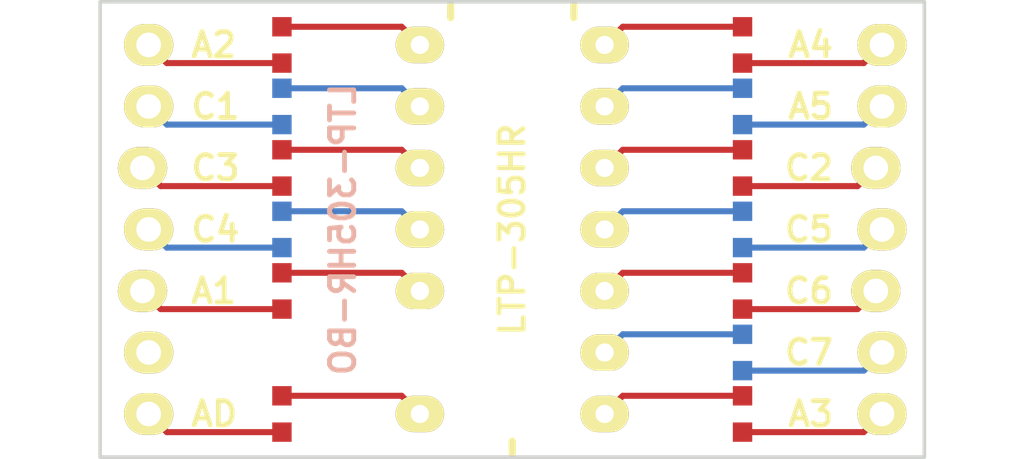
<source format=kicad_pcb>
(kicad_pcb (version 4) (host pcbnew 4.0.2+dfsg1-stable)

  (general
    (links 0)
    (no_connects 0)
    (area 78.669999 90.399999 121.330001 109.600001)
    (thickness 1.6)
    (drawings 18)
    (tracks 52)
    (zones 0)
    (modules 16)
    (nets 1)
  )

  (page A4)
  (layers
    (0 F.Cu signal)
    (31 B.Cu signal)
    (32 B.Adhes user)
    (33 F.Adhes user)
    (34 B.Paste user)
    (35 F.Paste user)
    (36 B.SilkS user)
    (37 F.SilkS user)
    (38 B.Mask user)
    (39 F.Mask user)
    (40 Dwgs.User user)
    (41 Cmts.User user)
    (42 Eco1.User user)
    (43 Eco2.User user)
    (44 Edge.Cuts user)
    (45 Margin user)
    (46 B.CrtYd user)
    (47 F.CrtYd user)
    (48 B.Fab user)
    (49 F.Fab user)
  )

  (setup
    (last_trace_width 0.25)
    (trace_clearance 0.2)
    (zone_clearance 0.508)
    (zone_45_only no)
    (trace_min 0.2)
    (segment_width 0.2)
    (edge_width 0.15)
    (via_size 0.6)
    (via_drill 0.4)
    (via_min_size 0.4)
    (via_min_drill 0.3)
    (uvia_size 0.3)
    (uvia_drill 0.1)
    (uvias_allowed no)
    (uvia_min_size 0.2)
    (uvia_min_drill 0.1)
    (pcb_text_width 0.3)
    (pcb_text_size 1.5 1.5)
    (mod_edge_width 0.15)
    (mod_text_size 1 1)
    (mod_text_width 0.15)
    (pad_size 1.524 1.524)
    (pad_drill 0.762)
    (pad_to_mask_clearance 0.2)
    (aux_axis_origin 0 0)
    (visible_elements FFFFFF7F)
    (pcbplotparams
      (layerselection 0x00030_80000001)
      (usegerberextensions false)
      (excludeedgelayer true)
      (linewidth 0.150000)
      (plotframeref false)
      (viasonmask false)
      (mode 1)
      (useauxorigin false)
      (hpglpennumber 1)
      (hpglpenspeed 20)
      (hpglpendiameter 15)
      (hpglpenoverlay 2)
      (psnegative false)
      (psa4output false)
      (plotreference true)
      (plotvalue true)
      (plotinvisibletext false)
      (padsonsilk false)
      (subtractmaskfromsilk false)
      (outputformat 1)
      (mirror false)
      (drillshape 1)
      (scaleselection 1)
      (outputdirectory ""))
  )

  (net 0 "")

  (net_class Default "This is the default net class."
    (clearance 0.2)
    (trace_width 0.25)
    (via_dia 0.6)
    (via_drill 0.4)
    (uvia_dia 0.3)
    (uvia_drill 0.1)
  )

  (module 00_my_modules:LTP-305HR (layer F.Cu) (tedit 0) (tstamp 6039DA56)
    (at 100 100)
    (descr LTP-305HR)
    (tags "pin header")
    (fp_text reference LTP-305HR (at 0 0 90) (layer F.SilkS)
      (effects (font (size 1 1) (thickness 0.2)))
    )
    (fp_text value "" (at 0 -3.1) (layer F.Fab)
      (effects (font (size 0.5 0.5) (thickness 0.01)))
    )
    (fp_line (start -4.9 -9.25) (end -4.9 9.25) (layer F.CrtYd) (width 0.05))
    (fp_line (start 4.9 -9.25) (end 4.9 9.25) (layer F.CrtYd) (width 0.05))
    (fp_line (start -4.9 -9.25) (end 4.9 -9.25) (layer F.CrtYd) (width 0.05))
    (fp_line (start -4.9 9.25) (end 4.9 9.25) (layer F.CrtYd) (width 0.05))
    (fp_line (start -2.54 -9.25) (end -2.54 -8.75) (layer F.SilkS) (width 0.3))
    (fp_line (start 2.54 -9.25) (end 2.54 -8.75) (layer F.SilkS) (width 0.3))
    (fp_line (start 0 9.25) (end 0 8.75) (layer F.SilkS) (width 0.3))
    (fp_line (start 0 -9.25) (end 0 9.25) (layer F.CrtYd) (width 0.01))
    (fp_line (start -3.81 -9.25) (end -3.81 9.25) (layer F.CrtYd) (width 0.01))
    (fp_line (start 3.81 -9.25) (end 3.81 9.25) (layer F.CrtYd) (width 0.01))
    (fp_line (start -4.9 -7.62) (end 4.9 -7.62) (layer F.CrtYd) (width 0.01))
    (fp_line (start -4.9 -5.08) (end 4.9 -5.08) (layer F.CrtYd) (width 0.01))
    (fp_line (start -4.9 -2.54) (end 4.9 -2.54) (layer F.CrtYd) (width 0.01))
    (fp_line (start -4.9 0) (end 4.9 0) (layer F.CrtYd) (width 0.01))
    (fp_line (start -4.9 2.54) (end 4.9 2.54) (layer F.CrtYd) (width 0.01))
    (fp_line (start -4.9 5.08) (end 4.9 5.08) (layer F.CrtYd) (width 0.01))
    (fp_line (start -4.9 7.62) (end 4.9 7.62) (layer F.CrtYd) (width 0.01))
    (pad A2 thru_hole oval (at -3.81 -7.62) (size 2 1.5) (drill 0.75) (layers *.Cu *.Mask F.SilkS))
    (pad C1 thru_hole oval (at -3.81 -5.08) (size 2 1.5) (drill 0.75) (layers *.Cu *.Mask F.SilkS))
    (pad C3 thru_hole oval (at -3.81 -2.54) (size 2 1.5) (drill 0.75) (layers *.Cu *.Mask F.SilkS))
    (pad C4 thru_hole oval (at -3.81 0) (size 2 1.5) (drill 0.75) (layers *.Cu *.Mask F.SilkS))
    (pad A1 thru_hole oval (at -3.81 2.54) (size 2 1.5) (drill 0.75) (layers *.Cu *.Mask F.SilkS))
    (pad AD thru_hole oval (at -3.81 7.62) (size 2 1.5) (drill 0.75) (layers *.Cu *.Mask F.SilkS))
    (pad A4 thru_hole oval (at 3.81 -7.62) (size 2 1.5) (drill 0.75) (layers *.Cu *.Mask F.SilkS))
    (pad A5 thru_hole oval (at 3.81 -5.08) (size 2 1.5) (drill 0.75) (layers *.Cu *.Mask F.SilkS))
    (pad C2 thru_hole oval (at 3.81 -2.54) (size 2 1.5) (drill 0.75) (layers *.Cu *.Mask F.SilkS))
    (pad C5 thru_hole oval (at 3.81 0) (size 2 1.5) (drill 0.75) (layers *.Cu *.Mask F.SilkS))
    (pad C6 thru_hole oval (at 3.81 2.54) (size 2 1.5) (drill 0.75) (layers *.Cu *.Mask F.SilkS))
    (pad C7 thru_hole oval (at 3.81 5.08) (size 2 1.5) (drill 0.75) (layers *.Cu *.Mask F.SilkS))
    (pad A3 thru_hole oval (at 3.81 7.62) (size 2 1.5) (drill 0.75) (layers *.Cu *.Mask F.SilkS))
  )

  (module 00_my_modules:R_0603 (layer F.Cu) (tedit 5415CC62) (tstamp 6039CFB7)
    (at 109.5 92.38 90)
    (descr R0603)
    (tags "resistor 0603")
    (attr smd)
    (fp_text reference R (at 0 0 90) (layer F.Fab)
      (effects (font (size 0.5 0.5) (thickness 0.1)))
    )
    (fp_text value "" (at 0 0 90) (layer F.Fab)
      (effects (font (size 0.5 0.5) (thickness 0.01)))
    )
    (fp_line (start -1.2 -0.45) (end 1.2 -0.45) (layer F.CrtYd) (width 0.01))
    (fp_line (start -1.2 0.45) (end 1.2 0.45) (layer F.CrtYd) (width 0.01))
    (fp_line (start -1.2 -0.45) (end -1.2 0.45) (layer F.CrtYd) (width 0.01))
    (fp_line (start 1.2 -0.45) (end 1.2 0.45) (layer F.CrtYd) (width 0.01))
    (fp_line (start 0 -7) (end 0 7) (layer F.CrtYd) (width 0.01))
    (pad 1 smd rect (at -0.75 0 90) (size 0.8 0.8) (layers F.Cu F.Paste F.Mask))
    (pad 2 smd rect (at 0.75 0 90) (size 0.8 0.8) (layers F.Cu F.Paste F.Mask))
  )

  (module 00_my_modules:R_0603 (layer F.Cu) (tedit 5415CC62) (tstamp 6039CFB7)
    (at 109.5 97.46 90)
    (descr R0603)
    (tags "resistor 0603")
    (attr smd)
    (fp_text reference R (at 0 0 90) (layer F.Fab)
      (effects (font (size 0.5 0.5) (thickness 0.1)))
    )
    (fp_text value "" (at 0 0 90) (layer F.Fab)
      (effects (font (size 0.5 0.5) (thickness 0.01)))
    )
    (fp_line (start -1.2 -0.45) (end 1.2 -0.45) (layer F.CrtYd) (width 0.01))
    (fp_line (start -1.2 0.45) (end 1.2 0.45) (layer F.CrtYd) (width 0.01))
    (fp_line (start -1.2 -0.45) (end -1.2 0.45) (layer F.CrtYd) (width 0.01))
    (fp_line (start 1.2 -0.45) (end 1.2 0.45) (layer F.CrtYd) (width 0.01))
    (fp_line (start 0 -7) (end 0 7) (layer F.CrtYd) (width 0.01))
    (pad 1 smd rect (at -0.75 0 90) (size 0.8 0.8) (layers F.Cu F.Paste F.Mask))
    (pad 2 smd rect (at 0.75 0 90) (size 0.8 0.8) (layers F.Cu F.Paste F.Mask))
  )

  (module 00_my_modules:R_0603 (layer F.Cu) (tedit 5415CC62) (tstamp 6039CFB7)
    (at 109.5 102.54 90)
    (descr R0603)
    (tags "resistor 0603")
    (attr smd)
    (fp_text reference R (at 0 0 90) (layer F.Fab)
      (effects (font (size 0.5 0.5) (thickness 0.1)))
    )
    (fp_text value "" (at 0 0 90) (layer F.Fab)
      (effects (font (size 0.5 0.5) (thickness 0.01)))
    )
    (fp_line (start -1.2 -0.45) (end 1.2 -0.45) (layer F.CrtYd) (width 0.01))
    (fp_line (start -1.2 0.45) (end 1.2 0.45) (layer F.CrtYd) (width 0.01))
    (fp_line (start -1.2 -0.45) (end -1.2 0.45) (layer F.CrtYd) (width 0.01))
    (fp_line (start 1.2 -0.45) (end 1.2 0.45) (layer F.CrtYd) (width 0.01))
    (fp_line (start 0 -7) (end 0 7) (layer F.CrtYd) (width 0.01))
    (pad 1 smd rect (at -0.75 0 90) (size 0.8 0.8) (layers F.Cu F.Paste F.Mask))
    (pad 2 smd rect (at 0.75 0 90) (size 0.8 0.8) (layers F.Cu F.Paste F.Mask))
  )

  (module 00_my_modules:R_0603 (layer F.Cu) (tedit 5415CC62) (tstamp 6039CFB7)
    (at 109.5 107.62 90)
    (descr R0603)
    (tags "resistor 0603")
    (attr smd)
    (fp_text reference R (at 0 0 90) (layer F.Fab)
      (effects (font (size 0.5 0.5) (thickness 0.1)))
    )
    (fp_text value "" (at 0 0 90) (layer F.Fab)
      (effects (font (size 0.5 0.5) (thickness 0.01)))
    )
    (fp_line (start -1.2 -0.45) (end 1.2 -0.45) (layer F.CrtYd) (width 0.01))
    (fp_line (start -1.2 0.45) (end 1.2 0.45) (layer F.CrtYd) (width 0.01))
    (fp_line (start -1.2 -0.45) (end -1.2 0.45) (layer F.CrtYd) (width 0.01))
    (fp_line (start 1.2 -0.45) (end 1.2 0.45) (layer F.CrtYd) (width 0.01))
    (fp_line (start 0 -7) (end 0 7) (layer F.CrtYd) (width 0.01))
    (pad 1 smd rect (at -0.75 0 90) (size 0.8 0.8) (layers F.Cu F.Paste F.Mask))
    (pad 2 smd rect (at 0.75 0 90) (size 0.8 0.8) (layers F.Cu F.Paste F.Mask))
  )

  (module 00_my_modules:R_0603 (layer B.Cu) (tedit 5415CC62) (tstamp 6039CFCA)
    (at 109.5 94.92 270)
    (descr R0603)
    (tags "resistor 0603")
    (attr smd)
    (fp_text reference R (at 0 0 270) (layer B.Fab)
      (effects (font (size 0.5 0.5) (thickness 0.1)) (justify mirror))
    )
    (fp_text value "" (at 0 0 270) (layer B.Fab)
      (effects (font (size 0.5 0.5) (thickness 0.01)) (justify mirror))
    )
    (fp_line (start -1.2 0.45) (end 1.2 0.45) (layer B.CrtYd) (width 0.01))
    (fp_line (start -1.2 -0.45) (end 1.2 -0.45) (layer B.CrtYd) (width 0.01))
    (fp_line (start -1.2 0.45) (end -1.2 -0.45) (layer B.CrtYd) (width 0.01))
    (fp_line (start 1.2 0.45) (end 1.2 -0.45) (layer B.CrtYd) (width 0.01))
    (pad 1 smd rect (at -0.75 0 270) (size 0.8 0.8) (layers B.Cu B.Paste B.Mask))
    (pad 2 smd rect (at 0.75 0 270) (size 0.8 0.8) (layers B.Cu B.Paste B.Mask))
  )

  (module 00_my_modules:R_0603 (layer B.Cu) (tedit 5415CC62) (tstamp 6039CFCA)
    (at 109.5 100 270)
    (descr R0603)
    (tags "resistor 0603")
    (attr smd)
    (fp_text reference R (at 0 0 270) (layer B.Fab)
      (effects (font (size 0.5 0.5) (thickness 0.1)) (justify mirror))
    )
    (fp_text value "" (at 0 0 270) (layer B.Fab)
      (effects (font (size 0.5 0.5) (thickness 0.01)) (justify mirror))
    )
    (fp_line (start -1.2 0.45) (end 1.2 0.45) (layer B.CrtYd) (width 0.01))
    (fp_line (start -1.2 -0.45) (end 1.2 -0.45) (layer B.CrtYd) (width 0.01))
    (fp_line (start -1.2 0.45) (end -1.2 -0.45) (layer B.CrtYd) (width 0.01))
    (fp_line (start 1.2 0.45) (end 1.2 -0.45) (layer B.CrtYd) (width 0.01))
    (pad 1 smd rect (at -0.75 0 270) (size 0.8 0.8) (layers B.Cu B.Paste B.Mask))
    (pad 2 smd rect (at 0.75 0 270) (size 0.8 0.8) (layers B.Cu B.Paste B.Mask))
  )

  (module 00_my_modules:R_0603 (layer B.Cu) (tedit 5415CC62) (tstamp 6039CFCA)
    (at 109.5 105.08 270)
    (descr R0603)
    (tags "resistor 0603")
    (attr smd)
    (fp_text reference R (at 0 0 270) (layer B.Fab)
      (effects (font (size 0.5 0.5) (thickness 0.1)) (justify mirror))
    )
    (fp_text value "" (at 0 0 270) (layer B.Fab)
      (effects (font (size 0.5 0.5) (thickness 0.01)) (justify mirror))
    )
    (fp_line (start -1.2 0.45) (end 1.2 0.45) (layer B.CrtYd) (width 0.01))
    (fp_line (start -1.2 -0.45) (end 1.2 -0.45) (layer B.CrtYd) (width 0.01))
    (fp_line (start -1.2 0.45) (end -1.2 -0.45) (layer B.CrtYd) (width 0.01))
    (fp_line (start 1.2 0.45) (end 1.2 -0.45) (layer B.CrtYd) (width 0.01))
    (pad 1 smd rect (at -0.75 0 270) (size 0.8 0.8) (layers B.Cu B.Paste B.Mask))
    (pad 2 smd rect (at 0.75 0 270) (size 0.8 0.8) (layers B.Cu B.Paste B.Mask))
  )

  (module 00_my_modules:header1x7wiggle (layer F.Cu) (tedit 0) (tstamp 6039D06C)
    (at 115.125 100)
    (descr "Through hole pin header")
    (tags "pin header")
    (fp_text reference "" (at 0 -2.4) (layer F.SilkS)
      (effects (font (size 0.5 0.5) (thickness 0.01)))
    )
    (fp_text value "" (at 0 -3.1) (layer F.Fab)
      (effects (font (size 0.5 0.5) (thickness 0.01)))
    )
    (fp_line (start -1.75 -9.37) (end -1.75 9.37) (layer F.CrtYd) (width 0.05))
    (fp_line (start 1.75 -9.37) (end 1.75 9.37) (layer F.CrtYd) (width 0.05))
    (fp_line (start -1.75 -9.37) (end 1.75 -9.37) (layer F.CrtYd) (width 0.05))
    (fp_line (start -1.75 9.37) (end 1.75 9.37) (layer F.CrtYd) (width 0.05))
    (fp_line (start -6 -7.62) (end 6 -7.62) (layer F.CrtYd) (width 0.01))
    (fp_line (start -6 0) (end 6 0) (layer F.CrtYd) (width 0.01))
    (fp_line (start -6 7.62) (end 6 7.62) (layer F.CrtYd) (width 0.01))
    (pad 1 thru_hole oval (at 0.127 -7.62) (size 2.032 1.7272) (drill 1.016) (layers *.Cu *.Mask F.SilkS))
    (pad 2 thru_hole oval (at 0.127 -5.08) (size 2.032 1.7272) (drill 1.016) (layers *.Cu *.Mask F.SilkS))
    (pad 3 thru_hole oval (at -0.127 -2.54) (size 2.032 1.7272) (drill 1.016) (layers *.Cu *.Mask F.SilkS))
    (pad 4 thru_hole oval (at 0.127 0) (size 2.032 1.7272) (drill 1.016) (layers *.Cu *.Mask F.SilkS))
    (pad 5 thru_hole oval (at -0.127 2.54) (size 2.032 1.7272) (drill 1.016) (layers *.Cu *.Mask F.SilkS))
    (pad 6 thru_hole oval (at 0.127 5.08) (size 2.032 1.7272) (drill 1.016) (layers *.Cu *.Mask F.SilkS))
    (pad 7 thru_hole oval (at 0.127 7.62) (size 2.032 1.7272) (drill 1.016) (layers *.Cu *.Mask F.SilkS))
  )

  (module 00_my_modules:header1x7wiggle (layer F.Cu) (tedit 0) (tstamp 6039D06C)
    (at 84.875 100)
    (descr "Through hole pin header")
    (tags "pin header")
    (fp_text reference "" (at 0 -2.4) (layer F.SilkS)
      (effects (font (size 0.5 0.5) (thickness 0.01)))
    )
    (fp_text value "" (at 0 -3.1) (layer F.Fab)
      (effects (font (size 0.5 0.5) (thickness 0.01)))
    )
    (fp_line (start -1.75 -9.37) (end -1.75 9.37) (layer F.CrtYd) (width 0.05))
    (fp_line (start 1.75 -9.37) (end 1.75 9.37) (layer F.CrtYd) (width 0.05))
    (fp_line (start -1.75 -9.37) (end 1.75 -9.37) (layer F.CrtYd) (width 0.05))
    (fp_line (start -1.75 9.37) (end 1.75 9.37) (layer F.CrtYd) (width 0.05))
    (fp_line (start -6 -7.62) (end 6 -7.62) (layer F.CrtYd) (width 0.01))
    (fp_line (start -6 0) (end 6 0) (layer F.CrtYd) (width 0.01))
    (fp_line (start -6 7.62) (end 6 7.62) (layer F.CrtYd) (width 0.01))
    (pad 1 thru_hole oval (at 0.127 -7.62) (size 2.032 1.7272) (drill 1.016) (layers *.Cu *.Mask F.SilkS))
    (pad 2 thru_hole oval (at 0.127 -5.08) (size 2.032 1.7272) (drill 1.016) (layers *.Cu *.Mask F.SilkS))
    (pad 3 thru_hole oval (at -0.127 -2.54) (size 2.032 1.7272) (drill 1.016) (layers *.Cu *.Mask F.SilkS))
    (pad 4 thru_hole oval (at 0.127 0) (size 2.032 1.7272) (drill 1.016) (layers *.Cu *.Mask F.SilkS))
    (pad 5 thru_hole oval (at -0.127 2.54) (size 2.032 1.7272) (drill 1.016) (layers *.Cu *.Mask F.SilkS))
    (pad 6 thru_hole oval (at 0.127 5.08) (size 2.032 1.7272) (drill 1.016) (layers *.Cu *.Mask F.SilkS))
    (pad 7 thru_hole oval (at 0.127 7.62) (size 2.032 1.7272) (drill 1.016) (layers *.Cu *.Mask F.SilkS))
  )

  (module 00_my_modules:R_0603 (layer F.Cu) (tedit 5415CC62) (tstamp 6039CFB7)
    (at 90.5 92.38 90)
    (descr R0603)
    (tags "resistor 0603")
    (attr smd)
    (fp_text reference R (at 0 0 90) (layer F.Fab)
      (effects (font (size 0.5 0.5) (thickness 0.1)))
    )
    (fp_text value "" (at 0 0 90) (layer F.Fab)
      (effects (font (size 0.5 0.5) (thickness 0.01)))
    )
    (fp_line (start -1.2 -0.45) (end 1.2 -0.45) (layer F.CrtYd) (width 0.01))
    (fp_line (start -1.2 0.45) (end 1.2 0.45) (layer F.CrtYd) (width 0.01))
    (fp_line (start -1.2 -0.45) (end -1.2 0.45) (layer F.CrtYd) (width 0.01))
    (fp_line (start 1.2 -0.45) (end 1.2 0.45) (layer F.CrtYd) (width 0.01))
    (fp_line (start 0 -7) (end 0 7) (layer F.CrtYd) (width 0.01))
    (pad 1 smd rect (at -0.75 0 90) (size 0.8 0.8) (layers F.Cu F.Paste F.Mask))
    (pad 2 smd rect (at 0.75 0 90) (size 0.8 0.8) (layers F.Cu F.Paste F.Mask))
  )

  (module 00_my_modules:R_0603 (layer F.Cu) (tedit 5415CC62) (tstamp 6039CFB7)
    (at 90.5 97.46 90)
    (descr R0603)
    (tags "resistor 0603")
    (attr smd)
    (fp_text reference R (at 0 0 90) (layer F.Fab)
      (effects (font (size 0.5 0.5) (thickness 0.1)))
    )
    (fp_text value "" (at 0 0 90) (layer F.Fab)
      (effects (font (size 0.5 0.5) (thickness 0.01)))
    )
    (fp_line (start -1.2 -0.45) (end 1.2 -0.45) (layer F.CrtYd) (width 0.01))
    (fp_line (start -1.2 0.45) (end 1.2 0.45) (layer F.CrtYd) (width 0.01))
    (fp_line (start -1.2 -0.45) (end -1.2 0.45) (layer F.CrtYd) (width 0.01))
    (fp_line (start 1.2 -0.45) (end 1.2 0.45) (layer F.CrtYd) (width 0.01))
    (fp_line (start 0 -7) (end 0 7) (layer F.CrtYd) (width 0.01))
    (pad 1 smd rect (at -0.75 0 90) (size 0.8 0.8) (layers F.Cu F.Paste F.Mask))
    (pad 2 smd rect (at 0.75 0 90) (size 0.8 0.8) (layers F.Cu F.Paste F.Mask))
  )

  (module 00_my_modules:R_0603 (layer F.Cu) (tedit 5415CC62) (tstamp 6039CFB7)
    (at 90.5 102.54 90)
    (descr R0603)
    (tags "resistor 0603")
    (attr smd)
    (fp_text reference R (at 0 0 90) (layer F.Fab)
      (effects (font (size 0.5 0.5) (thickness 0.1)))
    )
    (fp_text value "" (at 0 0 90) (layer F.Fab)
      (effects (font (size 0.5 0.5) (thickness 0.01)))
    )
    (fp_line (start -1.2 -0.45) (end 1.2 -0.45) (layer F.CrtYd) (width 0.01))
    (fp_line (start -1.2 0.45) (end 1.2 0.45) (layer F.CrtYd) (width 0.01))
    (fp_line (start -1.2 -0.45) (end -1.2 0.45) (layer F.CrtYd) (width 0.01))
    (fp_line (start 1.2 -0.45) (end 1.2 0.45) (layer F.CrtYd) (width 0.01))
    (fp_line (start 0 -7) (end 0 7) (layer F.CrtYd) (width 0.01))
    (pad 1 smd rect (at -0.75 0 90) (size 0.8 0.8) (layers F.Cu F.Paste F.Mask))
    (pad 2 smd rect (at 0.75 0 90) (size 0.8 0.8) (layers F.Cu F.Paste F.Mask))
  )

  (module 00_my_modules:R_0603 (layer F.Cu) (tedit 5415CC62) (tstamp 6039CFB7)
    (at 90.5 107.62 90)
    (descr R0603)
    (tags "resistor 0603")
    (attr smd)
    (fp_text reference R (at 0 0 90) (layer F.Fab)
      (effects (font (size 0.5 0.5) (thickness 0.1)))
    )
    (fp_text value "" (at 0 0 90) (layer F.Fab)
      (effects (font (size 0.5 0.5) (thickness 0.01)))
    )
    (fp_line (start -1.2 -0.45) (end 1.2 -0.45) (layer F.CrtYd) (width 0.01))
    (fp_line (start -1.2 0.45) (end 1.2 0.45) (layer F.CrtYd) (width 0.01))
    (fp_line (start -1.2 -0.45) (end -1.2 0.45) (layer F.CrtYd) (width 0.01))
    (fp_line (start 1.2 -0.45) (end 1.2 0.45) (layer F.CrtYd) (width 0.01))
    (fp_line (start 0 -7) (end 0 7) (layer F.CrtYd) (width 0.01))
    (pad 1 smd rect (at -0.75 0 90) (size 0.8 0.8) (layers F.Cu F.Paste F.Mask))
    (pad 2 smd rect (at 0.75 0 90) (size 0.8 0.8) (layers F.Cu F.Paste F.Mask))
  )

  (module 00_my_modules:R_0603 (layer B.Cu) (tedit 5415CC62) (tstamp 6039CFCA)
    (at 90.5 94.92 270)
    (descr R0603)
    (tags "resistor 0603")
    (attr smd)
    (fp_text reference R (at 0 0 270) (layer B.Fab)
      (effects (font (size 0.5 0.5) (thickness 0.1)) (justify mirror))
    )
    (fp_text value "" (at 0 0 270) (layer B.Fab)
      (effects (font (size 0.5 0.5) (thickness 0.01)) (justify mirror))
    )
    (fp_line (start -1.2 0.45) (end 1.2 0.45) (layer B.CrtYd) (width 0.01))
    (fp_line (start -1.2 -0.45) (end 1.2 -0.45) (layer B.CrtYd) (width 0.01))
    (fp_line (start -1.2 0.45) (end -1.2 -0.45) (layer B.CrtYd) (width 0.01))
    (fp_line (start 1.2 0.45) (end 1.2 -0.45) (layer B.CrtYd) (width 0.01))
    (pad 1 smd rect (at -0.75 0 270) (size 0.8 0.8) (layers B.Cu B.Paste B.Mask))
    (pad 2 smd rect (at 0.75 0 270) (size 0.8 0.8) (layers B.Cu B.Paste B.Mask))
  )

  (module 00_my_modules:R_0603 (layer B.Cu) (tedit 5415CC62) (tstamp 6039CFCA)
    (at 90.5 100 270)
    (descr R0603)
    (tags "resistor 0603")
    (attr smd)
    (fp_text reference R (at 0 0 270) (layer B.Fab)
      (effects (font (size 0.5 0.5) (thickness 0.1)) (justify mirror))
    )
    (fp_text value "" (at 0 0 270) (layer B.Fab)
      (effects (font (size 0.5 0.5) (thickness 0.01)) (justify mirror))
    )
    (fp_line (start -1.2 0.45) (end 1.2 0.45) (layer B.CrtYd) (width 0.01))
    (fp_line (start -1.2 -0.45) (end 1.2 -0.45) (layer B.CrtYd) (width 0.01))
    (fp_line (start -1.2 0.45) (end -1.2 -0.45) (layer B.CrtYd) (width 0.01))
    (fp_line (start 1.2 0.45) (end 1.2 -0.45) (layer B.CrtYd) (width 0.01))
    (pad 1 smd rect (at -0.75 0 270) (size 0.8 0.8) (layers B.Cu B.Paste B.Mask))
    (pad 2 smd rect (at 0.75 0 270) (size 0.8 0.8) (layers B.Cu B.Paste B.Mask))
  )

  (gr_text LTP-305HR-BO (at 93.01 100 90) (layer B.SilkS)
    (effects (font (size 1 1) (thickness 0.2)) (justify mirror))
  )
  (gr_text A4 (at 113.35 92.38) (layer F.SilkS)
    (effects (font (size 1 1) (thickness 0.2)) (justify right))
  )
  (gr_text A5 (at 113.35 94.92) (layer F.SilkS)
    (effects (font (size 1 1) (thickness 0.2)) (justify right))
  )
  (gr_text C2 (at 113.35 97.46) (layer F.SilkS)
    (effects (font (size 1 1) (thickness 0.2)) (justify right))
  )
  (gr_text C5 (at 113.35 100) (layer F.SilkS)
    (effects (font (size 1 1) (thickness 0.2)) (justify right))
  )
  (gr_text C6 (at 113.35 102.54) (layer F.SilkS)
    (effects (font (size 1 1) (thickness 0.2)) (justify right))
  )
  (gr_text C7 (at 113.35 105.08) (layer F.SilkS)
    (effects (font (size 1 1) (thickness 0.2)) (justify right))
  )
  (gr_text A3 (at 113.35 107.62) (layer F.SilkS)
    (effects (font (size 1 1) (thickness 0.2)) (justify right))
  )
  (gr_text A2 (at 86.65 92.38) (layer F.SilkS)
    (effects (font (size 1 1) (thickness 0.2)) (justify left))
  )
  (gr_text C1 (at 86.65 94.92) (layer F.SilkS)
    (effects (font (size 1 1) (thickness 0.2)) (justify left))
  )
  (gr_text C3 (at 86.65 97.46) (layer F.SilkS)
    (effects (font (size 1 1) (thickness 0.2)) (justify left))
  )
  (gr_text C4 (at 86.65 100) (layer F.SilkS)
    (effects (font (size 1 1) (thickness 0.2)) (justify left))
  )
  (gr_text A1 (at 86.65 102.54) (layer F.SilkS)
    (effects (font (size 1 1) (thickness 0.2)) (justify left))
  )
  (gr_text AD (at 86.65 107.62) (layer F.SilkS)
    (effects (font (size 1 1) (thickness 0.2)) (justify left))
  )
  (gr_line (start 83 109.4) (end 83 90.6) (angle 90) (layer Edge.Cuts) (width 0.15))
  (gr_line (start 117 109.4) (end 83 109.4) (angle 90) (layer Edge.Cuts) (width 0.15))
  (gr_line (start 117 90.6) (end 117 109.4) (angle 90) (layer Edge.Cuts) (width 0.15))
  (gr_line (start 83 90.6) (end 117 90.6) (angle 90) (layer Edge.Cuts) (width 0.15))

  (segment (start 109.5 100.75) (end 114.502 100.75) (width 0.25) (layer B.Cu) (net 0))
  (segment (start 114.502 100.75) (end 115.252 100) (width 0.25) (layer B.Cu) (net 0) (tstamp 6039CACF))
  (segment (start 109.5 95.67) (end 114.502 95.67) (width 0.25) (layer B.Cu) (net 0))
  (segment (start 114.502 95.67) (end 115.252 94.92) (width 0.25) (layer B.Cu) (net 0) (tstamp 6039CACB))
  (segment (start 109.5 94.17) (end 104.56 94.17) (width 0.25) (layer B.Cu) (net 0))
  (segment (start 104.56 94.17) (end 103.81 94.92) (width 0.25) (layer B.Cu) (net 0) (tstamp 6039CAC8))
  (segment (start 109.5 99.25) (end 104.56 99.25) (width 0.25) (layer B.Cu) (net 0))
  (segment (start 104.56 99.25) (end 103.81 100) (width 0.25) (layer B.Cu) (net 0) (tstamp 6039CAC5))
  (segment (start 109.5 104.33) (end 104.56 104.33) (width 0.25) (layer B.Cu) (net 0))
  (segment (start 104.56 104.33) (end 103.81 105.08) (width 0.25) (layer B.Cu) (net 0) (tstamp 6039CAC1))
  (segment (start 109.5 105.83) (end 114.502 105.83) (width 0.25) (layer B.Cu) (net 0))
  (segment (start 114.502 105.83) (end 115.252 105.08) (width 0.25) (layer B.Cu) (net 0) (tstamp 6039CABE))
  (segment (start 90.5 99.25) (end 95.44 99.25) (width 0.25) (layer B.Cu) (net 0))
  (segment (start 95.44 99.25) (end 96.19 100) (width 0.25) (layer B.Cu) (net 0) (tstamp 6039CAB0))
  (segment (start 90.5 100.75) (end 85.752 100.75) (width 0.25) (layer B.Cu) (net 0))
  (segment (start 85.752 100.75) (end 85.002 100) (width 0.25) (layer B.Cu) (net 0) (tstamp 6039CAAE))
  (segment (start 90.5 94.17) (end 95.44 94.17) (width 0.25) (layer B.Cu) (net 0))
  (segment (start 95.44 94.17) (end 96.19 94.92) (width 0.25) (layer B.Cu) (net 0) (tstamp 6039CAAA))
  (segment (start 90.5 95.67) (end 85.752 95.67) (width 0.25) (layer B.Cu) (net 0))
  (segment (start 85.752 95.67) (end 85.002 94.92) (width 0.25) (layer B.Cu) (net 0) (tstamp 6039CAA7))
  (segment (start 90.5 103.29) (end 85.498 103.29) (width 0.25) (layer F.Cu) (net 0))
  (segment (start 85.498 103.29) (end 84.748 102.54) (width 0.25) (layer F.Cu) (net 0) (tstamp 6039CA9B))
  (segment (start 90.5 98.21) (end 85.498 98.21) (width 0.25) (layer F.Cu) (net 0))
  (segment (start 85.498 98.21) (end 84.748 97.46) (width 0.25) (layer F.Cu) (net 0) (tstamp 6039CA97))
  (segment (start 90.5 93.13) (end 85.752 93.13) (width 0.25) (layer F.Cu) (net 0))
  (segment (start 85.752 93.13) (end 85.002 92.38) (width 0.25) (layer F.Cu) (net 0) (tstamp 6039CA93))
  (segment (start 90.5 91.63) (end 95.44 91.63) (width 0.25) (layer F.Cu) (net 0))
  (segment (start 95.44 91.63) (end 96.19 92.38) (width 0.25) (layer F.Cu) (net 0) (tstamp 6039CA90))
  (segment (start 90.5 96.71) (end 95.44 96.71) (width 0.25) (layer F.Cu) (net 0))
  (segment (start 95.44 96.71) (end 96.19 97.46) (width 0.25) (layer F.Cu) (net 0) (tstamp 6039CA8C))
  (segment (start 90.5 101.79) (end 95.44 101.79) (width 0.25) (layer F.Cu) (net 0))
  (segment (start 95.44 101.79) (end 96.19 102.54) (width 0.25) (layer F.Cu) (net 0) (tstamp 6039CA88))
  (segment (start 90.5 106.87) (end 95.44 106.87) (width 0.25) (layer F.Cu) (net 0))
  (segment (start 95.44 106.87) (end 96.19 107.62) (width 0.25) (layer F.Cu) (net 0) (tstamp 6039CA83))
  (segment (start 90.5 108.37) (end 85.752 108.37) (width 0.25) (layer F.Cu) (net 0))
  (segment (start 85.752 108.37) (end 85.002 107.62) (width 0.25) (layer F.Cu) (net 0) (tstamp 6039CA7E))
  (segment (start 109.5 108.37) (end 114.502 108.37) (width 0.25) (layer F.Cu) (net 0))
  (segment (start 114.502 108.37) (end 115.252 107.62) (width 0.25) (layer F.Cu) (net 0) (tstamp 6039CA79))
  (segment (start 109.5 106.87) (end 104.56 106.87) (width 0.25) (layer F.Cu) (net 0))
  (segment (start 104.56 106.87) (end 103.81 107.62) (width 0.25) (layer F.Cu) (net 0) (tstamp 6039CA73))
  (segment (start 109.5 103.29) (end 114.248 103.29) (width 0.25) (layer F.Cu) (net 0))
  (segment (start 114.248 103.29) (end 114.998 102.54) (width 0.25) (layer F.Cu) (net 0) (tstamp 6039CA6F))
  (segment (start 109.5 101.79) (end 104.56 101.79) (width 0.25) (layer F.Cu) (net 0))
  (segment (start 104.56 101.79) (end 103.81 102.54) (width 0.25) (layer F.Cu) (net 0) (tstamp 6039CA6C))
  (segment (start 109.5 98.21) (end 114.248 98.21) (width 0.25) (layer F.Cu) (net 0))
  (segment (start 114.248 98.21) (end 114.998 97.46) (width 0.25) (layer F.Cu) (net 0) (tstamp 6039CA66))
  (segment (start 109.5 96.71) (end 104.56 96.71) (width 0.25) (layer F.Cu) (net 0))
  (segment (start 104.56 96.71) (end 103.81 97.46) (width 0.25) (layer F.Cu) (net 0) (tstamp 6039CA63))
  (segment (start 109.5 93.13) (end 114.502 93.13) (width 0.25) (layer F.Cu) (net 0))
  (segment (start 114.502 93.13) (end 115.252 92.38) (width 0.25) (layer F.Cu) (net 0) (tstamp 6039CA5F))
  (segment (start 109.5 91.63) (end 104.56 91.63) (width 0.25) (layer F.Cu) (net 0))
  (segment (start 104.56 91.63) (end 103.81 92.38) (width 0.25) (layer F.Cu) (net 0) (tstamp 6039CA5C))

)

</source>
